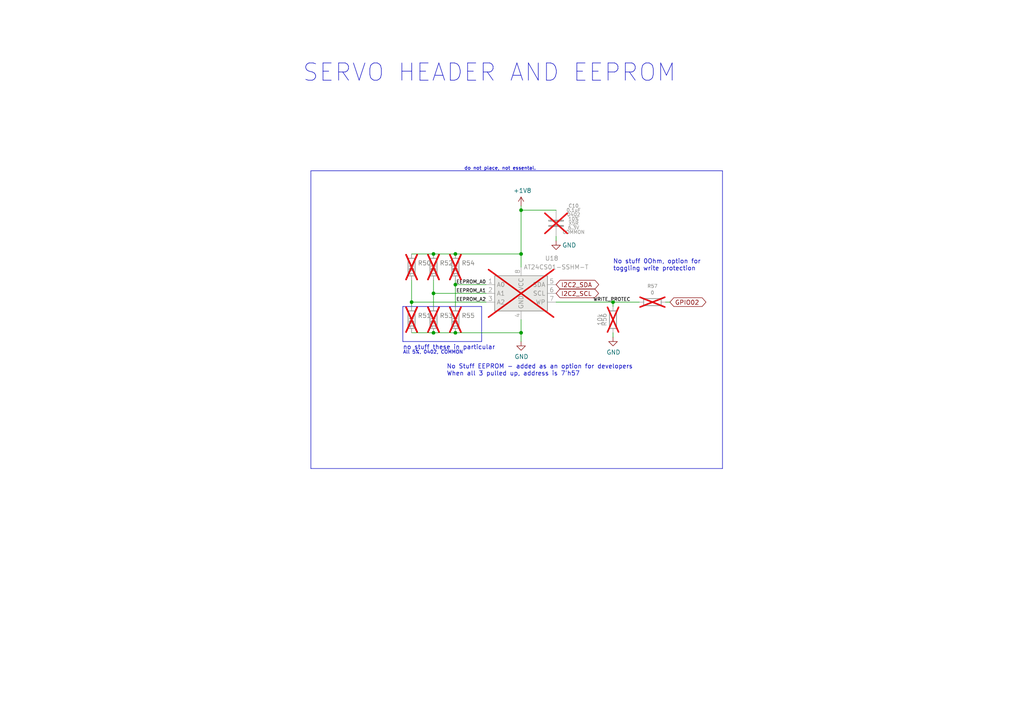
<source format=kicad_sch>
(kicad_sch
	(version 20231120)
	(generator "eeschema")
	(generator_version "8.0")
	(uuid "eb718043-8d59-4821-a20a-d40b4690f162")
	(paper "A4")
	(title_block
		(title "Open Source Educational Baseboard")
		(date "2020-06-30")
		(rev "1.1")
		(company "NVIDIA")
	)
	(lib_symbols
		(symbol "Device:C"
			(pin_numbers hide)
			(pin_names
				(offset 0.254)
			)
			(exclude_from_sim no)
			(in_bom yes)
			(on_board yes)
			(property "Reference" "C"
				(at 0.635 2.54 0)
				(effects
					(font
						(size 1.27 1.27)
					)
					(justify left)
				)
			)
			(property "Value" "C"
				(at 0.635 -2.54 0)
				(effects
					(font
						(size 1.27 1.27)
					)
					(justify left)
				)
			)
			(property "Footprint" ""
				(at 0.9652 -3.81 0)
				(effects
					(font
						(size 1.27 1.27)
					)
					(hide yes)
				)
			)
			(property "Datasheet" "~"
				(at 0 0 0)
				(effects
					(font
						(size 1.27 1.27)
					)
					(hide yes)
				)
			)
			(property "Description" "Unpolarized capacitor"
				(at 0 0 0)
				(effects
					(font
						(size 1.27 1.27)
					)
					(hide yes)
				)
			)
			(property "ki_keywords" "cap capacitor"
				(at 0 0 0)
				(effects
					(font
						(size 1.27 1.27)
					)
					(hide yes)
				)
			)
			(property "ki_fp_filters" "C_*"
				(at 0 0 0)
				(effects
					(font
						(size 1.27 1.27)
					)
					(hide yes)
				)
			)
			(symbol "C_0_1"
				(polyline
					(pts
						(xy -2.032 -0.762) (xy 2.032 -0.762)
					)
					(stroke
						(width 0.508)
						(type default)
					)
					(fill
						(type none)
					)
				)
				(polyline
					(pts
						(xy -2.032 0.762) (xy 2.032 0.762)
					)
					(stroke
						(width 0.508)
						(type default)
					)
					(fill
						(type none)
					)
				)
			)
			(symbol "C_1_1"
				(pin passive line
					(at 0 3.81 270)
					(length 2.794)
					(name "~"
						(effects
							(font
								(size 1.27 1.27)
							)
						)
					)
					(number "1"
						(effects
							(font
								(size 1.27 1.27)
							)
						)
					)
				)
				(pin passive line
					(at 0 -3.81 90)
					(length 2.794)
					(name "~"
						(effects
							(font
								(size 1.27 1.27)
							)
						)
					)
					(number "2"
						(effects
							(font
								(size 1.27 1.27)
							)
						)
					)
				)
			)
		)
		(symbol "Device:R"
			(pin_numbers hide)
			(pin_names
				(offset 0)
			)
			(exclude_from_sim no)
			(in_bom yes)
			(on_board yes)
			(property "Reference" "R"
				(at 2.032 0 90)
				(effects
					(font
						(size 1.27 1.27)
					)
				)
			)
			(property "Value" "R"
				(at 0 0 90)
				(effects
					(font
						(size 1.27 1.27)
					)
				)
			)
			(property "Footprint" ""
				(at -1.778 0 90)
				(effects
					(font
						(size 1.27 1.27)
					)
					(hide yes)
				)
			)
			(property "Datasheet" "~"
				(at 0 0 0)
				(effects
					(font
						(size 1.27 1.27)
					)
					(hide yes)
				)
			)
			(property "Description" "Resistor"
				(at 0 0 0)
				(effects
					(font
						(size 1.27 1.27)
					)
					(hide yes)
				)
			)
			(property "ki_keywords" "R res resistor"
				(at 0 0 0)
				(effects
					(font
						(size 1.27 1.27)
					)
					(hide yes)
				)
			)
			(property "ki_fp_filters" "R_*"
				(at 0 0 0)
				(effects
					(font
						(size 1.27 1.27)
					)
					(hide yes)
				)
			)
			(symbol "R_0_1"
				(rectangle
					(start -1.016 -2.54)
					(end 1.016 2.54)
					(stroke
						(width 0.254)
						(type default)
					)
					(fill
						(type none)
					)
				)
			)
			(symbol "R_1_1"
				(pin passive line
					(at 0 3.81 270)
					(length 1.27)
					(name "~"
						(effects
							(font
								(size 1.27 1.27)
							)
						)
					)
					(number "1"
						(effects
							(font
								(size 1.27 1.27)
							)
						)
					)
				)
				(pin passive line
					(at 0 -3.81 90)
					(length 1.27)
					(name "~"
						(effects
							(font
								(size 1.27 1.27)
							)
						)
					)
					(number "2"
						(effects
							(font
								(size 1.27 1.27)
							)
						)
					)
				)
			)
		)
		(symbol "Memory_EEPROM:AT24CS01-MAHM"
			(exclude_from_sim no)
			(in_bom yes)
			(on_board yes)
			(property "Reference" "U"
				(at -7.62 6.35 0)
				(effects
					(font
						(size 1.27 1.27)
					)
				)
			)
			(property "Value" "AT24CS01-MAHM"
				(at 2.54 -6.35 0)
				(effects
					(font
						(size 1.27 1.27)
					)
					(justify left)
				)
			)
			(property "Footprint" "Package_DFN_QFN:DFN-8-1EP_3x2mm_P0.5mm_EP1.3x1.5mm"
				(at 0 0 0)
				(effects
					(font
						(size 1.27 1.27)
					)
					(hide yes)
				)
			)
			(property "Datasheet" "http://ww1.microchip.com/downloads/en/DeviceDoc/Atmel-8815-SEEPROM-AT24CS01-02-Datasheet.pdf"
				(at 0 0 0)
				(effects
					(font
						(size 1.27 1.27)
					)
					(hide yes)
				)
			)
			(property "Description" "I2C Serial EEPROM, 1Kb (128x8) with Unique Serial Number, UDFN8"
				(at 0 0 0)
				(effects
					(font
						(size 1.27 1.27)
					)
					(hide yes)
				)
			)
			(property "ki_keywords" "I2C Serial EEPROM Nonvolatile Memory"
				(at 0 0 0)
				(effects
					(font
						(size 1.27 1.27)
					)
					(hide yes)
				)
			)
			(property "ki_fp_filters" "DFN*3x2mm*P0.5mm*"
				(at 0 0 0)
				(effects
					(font
						(size 1.27 1.27)
					)
					(hide yes)
				)
			)
			(symbol "AT24CS01-MAHM_1_1"
				(rectangle
					(start -7.62 5.08)
					(end 7.62 -5.08)
					(stroke
						(width 0.254)
						(type default)
					)
					(fill
						(type background)
					)
				)
				(pin input line
					(at -10.16 2.54 0)
					(length 2.54)
					(name "A0"
						(effects
							(font
								(size 1.27 1.27)
							)
						)
					)
					(number "1"
						(effects
							(font
								(size 1.27 1.27)
							)
						)
					)
				)
				(pin input line
					(at -10.16 0 0)
					(length 2.54)
					(name "A1"
						(effects
							(font
								(size 1.27 1.27)
							)
						)
					)
					(number "2"
						(effects
							(font
								(size 1.27 1.27)
							)
						)
					)
				)
				(pin input line
					(at -10.16 -2.54 0)
					(length 2.54)
					(name "A2"
						(effects
							(font
								(size 1.27 1.27)
							)
						)
					)
					(number "3"
						(effects
							(font
								(size 1.27 1.27)
							)
						)
					)
				)
				(pin power_in line
					(at 0 -7.62 90)
					(length 2.54)
					(name "GND"
						(effects
							(font
								(size 1.27 1.27)
							)
						)
					)
					(number "4"
						(effects
							(font
								(size 1.27 1.27)
							)
						)
					)
				)
				(pin bidirectional line
					(at 10.16 2.54 180)
					(length 2.54)
					(name "SDA"
						(effects
							(font
								(size 1.27 1.27)
							)
						)
					)
					(number "5"
						(effects
							(font
								(size 1.27 1.27)
							)
						)
					)
				)
				(pin input line
					(at 10.16 0 180)
					(length 2.54)
					(name "SCL"
						(effects
							(font
								(size 1.27 1.27)
							)
						)
					)
					(number "6"
						(effects
							(font
								(size 1.27 1.27)
							)
						)
					)
				)
				(pin input line
					(at 10.16 -2.54 180)
					(length 2.54)
					(name "WP"
						(effects
							(font
								(size 1.27 1.27)
							)
						)
					)
					(number "7"
						(effects
							(font
								(size 1.27 1.27)
							)
						)
					)
				)
				(pin power_in line
					(at 0 7.62 270)
					(length 2.54)
					(name "VCC"
						(effects
							(font
								(size 1.27 1.27)
							)
						)
					)
					(number "8"
						(effects
							(font
								(size 1.27 1.27)
							)
						)
					)
				)
			)
		)
		(symbol "power:+1V8"
			(power)
			(pin_names
				(offset 0)
			)
			(exclude_from_sim no)
			(in_bom yes)
			(on_board yes)
			(property "Reference" "#PWR"
				(at 0 -3.81 0)
				(effects
					(font
						(size 1.27 1.27)
					)
					(hide yes)
				)
			)
			(property "Value" "+1V8"
				(at 0 3.556 0)
				(effects
					(font
						(size 1.27 1.27)
					)
				)
			)
			(property "Footprint" ""
				(at 0 0 0)
				(effects
					(font
						(size 1.27 1.27)
					)
					(hide yes)
				)
			)
			(property "Datasheet" ""
				(at 0 0 0)
				(effects
					(font
						(size 1.27 1.27)
					)
					(hide yes)
				)
			)
			(property "Description" "Power symbol creates a global label with name \"+1V8\""
				(at 0 0 0)
				(effects
					(font
						(size 1.27 1.27)
					)
					(hide yes)
				)
			)
			(property "ki_keywords" "global power"
				(at 0 0 0)
				(effects
					(font
						(size 1.27 1.27)
					)
					(hide yes)
				)
			)
			(symbol "+1V8_0_1"
				(polyline
					(pts
						(xy -0.762 1.27) (xy 0 2.54)
					)
					(stroke
						(width 0)
						(type default)
					)
					(fill
						(type none)
					)
				)
				(polyline
					(pts
						(xy 0 0) (xy 0 2.54)
					)
					(stroke
						(width 0)
						(type default)
					)
					(fill
						(type none)
					)
				)
				(polyline
					(pts
						(xy 0 2.54) (xy 0.762 1.27)
					)
					(stroke
						(width 0)
						(type default)
					)
					(fill
						(type none)
					)
				)
			)
			(symbol "+1V8_1_1"
				(pin power_in line
					(at 0 0 90)
					(length 0) hide
					(name "+1V8"
						(effects
							(font
								(size 1.27 1.27)
							)
						)
					)
					(number "1"
						(effects
							(font
								(size 1.27 1.27)
							)
						)
					)
				)
			)
		)
		(symbol "power:GND"
			(power)
			(pin_names
				(offset 0)
			)
			(exclude_from_sim no)
			(in_bom yes)
			(on_board yes)
			(property "Reference" "#PWR"
				(at 0 -6.35 0)
				(effects
					(font
						(size 1.27 1.27)
					)
					(hide yes)
				)
			)
			(property "Value" "GND"
				(at 0 -3.81 0)
				(effects
					(font
						(size 1.27 1.27)
					)
				)
			)
			(property "Footprint" ""
				(at 0 0 0)
				(effects
					(font
						(size 1.27 1.27)
					)
					(hide yes)
				)
			)
			(property "Datasheet" ""
				(at 0 0 0)
				(effects
					(font
						(size 1.27 1.27)
					)
					(hide yes)
				)
			)
			(property "Description" "Power symbol creates a global label with name \"GND\" , ground"
				(at 0 0 0)
				(effects
					(font
						(size 1.27 1.27)
					)
					(hide yes)
				)
			)
			(property "ki_keywords" "global power"
				(at 0 0 0)
				(effects
					(font
						(size 1.27 1.27)
					)
					(hide yes)
				)
			)
			(symbol "GND_0_1"
				(polyline
					(pts
						(xy 0 0) (xy 0 -1.27) (xy 1.27 -1.27) (xy 0 -2.54) (xy -1.27 -1.27) (xy 0 -1.27)
					)
					(stroke
						(width 0)
						(type default)
					)
					(fill
						(type none)
					)
				)
			)
			(symbol "GND_1_1"
				(pin power_in line
					(at 0 0 270)
					(length 0) hide
					(name "GND"
						(effects
							(font
								(size 1.27 1.27)
							)
						)
					)
					(number "1"
						(effects
							(font
								(size 1.27 1.27)
							)
						)
					)
				)
			)
		)
	)
	(junction
		(at 132.08 82.55)
		(diameter 0)
		(color 0 0 0 0)
		(uuid "11591cfd-2b34-4146-bb8c-c9493a113074")
	)
	(junction
		(at 125.73 73.66)
		(diameter 0)
		(color 0 0 0 0)
		(uuid "21ef7d60-791d-4909-99a1-dd87be19bae3")
	)
	(junction
		(at 125.73 85.09)
		(diameter 0)
		(color 0 0 0 0)
		(uuid "3626b152-22f9-48fc-b3ee-222238db8b98")
	)
	(junction
		(at 125.73 96.52)
		(diameter 0)
		(color 0 0 0 0)
		(uuid "46465316-75d8-4d14-8c19-db9c7607d5b3")
	)
	(junction
		(at 151.13 73.66)
		(diameter 0)
		(color 0 0 0 0)
		(uuid "61af6881-9c22-4903-ad3b-58076f22f2b9")
	)
	(junction
		(at 151.13 96.52)
		(diameter 0)
		(color 0 0 0 0)
		(uuid "636e1541-084b-4a76-83fe-227961d02f28")
	)
	(junction
		(at 177.8 87.63)
		(diameter 0)
		(color 0 0 0 0)
		(uuid "95792d58-edf9-4fac-93de-4d069f23cfdd")
	)
	(junction
		(at 151.13 60.96)
		(diameter 0)
		(color 0 0 0 0)
		(uuid "960615f7-ee13-4c98-ad55-4441e1bbb3e0")
	)
	(junction
		(at 132.08 73.66)
		(diameter 0)
		(color 0 0 0 0)
		(uuid "ab142c43-25c9-48e6-b29b-81fddbc4df1c")
	)
	(junction
		(at 119.38 87.63)
		(diameter 0)
		(color 0 0 0 0)
		(uuid "c70b5349-b1ad-43df-9837-428c13ed9084")
	)
	(junction
		(at 132.08 96.52)
		(diameter 0)
		(color 0 0 0 0)
		(uuid "f5509734-b1d5-47df-a32c-5083b6339af0")
	)
	(polyline
		(pts
			(xy 116.84 88.9) (xy 116.84 99.06)
		)
		(stroke
			(width 0)
			(type default)
		)
		(uuid "06e45938-fdcb-4f81-b047-332273a8fe67")
	)
	(wire
		(pts
			(xy 119.38 81.28) (xy 119.38 87.63)
		)
		(stroke
			(width 0)
			(type default)
		)
		(uuid "0c4a8928-799f-483b-9b0d-9c143a6a3c6d")
	)
	(wire
		(pts
			(xy 151.13 60.96) (xy 151.13 59.69)
		)
		(stroke
			(width 0)
			(type default)
		)
		(uuid "1410f173-c8a0-4cc1-8ce0-56fd3a590644")
	)
	(wire
		(pts
			(xy 119.38 87.63) (xy 119.38 88.9)
		)
		(stroke
			(width 0)
			(type default)
		)
		(uuid "428493f9-01eb-4a67-84a8-4e80ea9026af")
	)
	(wire
		(pts
			(xy 151.13 77.47) (xy 151.13 73.66)
		)
		(stroke
			(width 0)
			(type default)
		)
		(uuid "467ab540-59c9-4b28-a040-99bfbe9c6529")
	)
	(wire
		(pts
			(xy 140.97 82.55) (xy 132.08 82.55)
		)
		(stroke
			(width 0)
			(type default)
		)
		(uuid "46c89b00-0d55-4d72-af0d-310c9483f4f0")
	)
	(polyline
		(pts
			(xy 209.55 49.53) (xy 209.55 135.89)
		)
		(stroke
			(width 0)
			(type default)
		)
		(uuid "59c51c1a-d6ba-41b8-8af6-663aa2152e11")
	)
	(polyline
		(pts
			(xy 90.17 49.53) (xy 90.17 135.89)
		)
		(stroke
			(width 0)
			(type default)
		)
		(uuid "5fe6d032-56bb-4c19-b7ba-218241c3e5f9")
	)
	(polyline
		(pts
			(xy 139.7 99.06) (xy 139.7 88.9)
		)
		(stroke
			(width 0)
			(type default)
		)
		(uuid "73403bed-f274-4651-99e1-58c62c5d9f8e")
	)
	(wire
		(pts
			(xy 151.13 92.71) (xy 151.13 96.52)
		)
		(stroke
			(width 0)
			(type default)
		)
		(uuid "747ccae3-95f8-412d-868d-b607cbcaac2c")
	)
	(wire
		(pts
			(xy 151.13 73.66) (xy 151.13 60.96)
		)
		(stroke
			(width 0)
			(type default)
		)
		(uuid "75ce3ef8-d9dd-4607-bd7e-7ec4fe9a3cc3")
	)
	(wire
		(pts
			(xy 132.08 82.55) (xy 132.08 88.9)
		)
		(stroke
			(width 0)
			(type default)
		)
		(uuid "761eabbf-ae84-4600-9e9c-684f69268f20")
	)
	(polyline
		(pts
			(xy 90.17 135.89) (xy 209.55 135.89)
		)
		(stroke
			(width 0)
			(type default)
		)
		(uuid "79f6da6d-5748-4b81-bb0b-1cc0fe247d2e")
	)
	(wire
		(pts
			(xy 119.38 73.66) (xy 125.73 73.66)
		)
		(stroke
			(width 0)
			(type default)
		)
		(uuid "7fa33ee8-1f51-4dd4-bac5-460a68b3d44a")
	)
	(wire
		(pts
			(xy 125.73 96.52) (xy 132.08 96.52)
		)
		(stroke
			(width 0)
			(type default)
		)
		(uuid "8d3519e2-cb22-46ec-bf10-a409aa9e52db")
	)
	(wire
		(pts
			(xy 161.29 60.96) (xy 151.13 60.96)
		)
		(stroke
			(width 0)
			(type default)
		)
		(uuid "9fa44540-d69b-4885-8fb9-89a8c75a2577")
	)
	(wire
		(pts
			(xy 177.8 87.63) (xy 185.42 87.63)
		)
		(stroke
			(width 0)
			(type default)
		)
		(uuid "a4f3c67c-45ce-4785-aae8-4d671b198162")
	)
	(wire
		(pts
			(xy 140.97 85.09) (xy 125.73 85.09)
		)
		(stroke
			(width 0)
			(type default)
		)
		(uuid "a6a1d79b-3e3c-4a4f-a3ba-99a6e52d9581")
	)
	(wire
		(pts
			(xy 161.29 68.58) (xy 161.29 69.85)
		)
		(stroke
			(width 0)
			(type default)
		)
		(uuid "a719337f-0bf5-4e47-a961-45dcacaa9566")
	)
	(wire
		(pts
			(xy 125.73 81.28) (xy 125.73 85.09)
		)
		(stroke
			(width 0)
			(type default)
		)
		(uuid "a7b53703-5183-4e7d-86d0-562fc2754921")
	)
	(wire
		(pts
			(xy 161.29 87.63) (xy 177.8 87.63)
		)
		(stroke
			(width 0)
			(type default)
		)
		(uuid "a9ffd4d1-dfc5-45c6-9094-59b9cabe4c36")
	)
	(wire
		(pts
			(xy 125.73 85.09) (xy 125.73 88.9)
		)
		(stroke
			(width 0)
			(type default)
		)
		(uuid "afed6cac-c88c-417b-8404-e722e3de4565")
	)
	(polyline
		(pts
			(xy 116.84 99.06) (xy 139.7 99.06)
		)
		(stroke
			(width 0)
			(type default)
		)
		(uuid "ba0c8864-72cf-4b7b-900e-33286f4e6ce4")
	)
	(wire
		(pts
			(xy 119.38 96.52) (xy 125.73 96.52)
		)
		(stroke
			(width 0)
			(type default)
		)
		(uuid "bbc60baf-2492-4e40-8aa3-966c9ffea14a")
	)
	(wire
		(pts
			(xy 140.97 87.63) (xy 119.38 87.63)
		)
		(stroke
			(width 0)
			(type default)
		)
		(uuid "c505f975-e0ae-4a39-bfbd-1226603cc754")
	)
	(wire
		(pts
			(xy 193.04 87.63) (xy 194.31 87.63)
		)
		(stroke
			(width 0)
			(type default)
		)
		(uuid "c6358aca-13ba-47f8-a2ac-800988f86eda")
	)
	(wire
		(pts
			(xy 125.73 73.66) (xy 132.08 73.66)
		)
		(stroke
			(width 0)
			(type default)
		)
		(uuid "d3fd2a02-eebd-4084-aa9f-c89ea6e2aa51")
	)
	(wire
		(pts
			(xy 132.08 81.28) (xy 132.08 82.55)
		)
		(stroke
			(width 0)
			(type default)
		)
		(uuid "d726363f-4067-4332-95cf-6e116c011835")
	)
	(wire
		(pts
			(xy 132.08 96.52) (xy 151.13 96.52)
		)
		(stroke
			(width 0)
			(type default)
		)
		(uuid "d97963b9-388f-4113-8475-62a34e01a4ce")
	)
	(polyline
		(pts
			(xy 139.7 88.9) (xy 116.84 88.9)
		)
		(stroke
			(width 0)
			(type default)
		)
		(uuid "dbbb9330-96e1-4368-ba76-1c7320280352")
	)
	(wire
		(pts
			(xy 151.13 96.52) (xy 151.13 99.06)
		)
		(stroke
			(width 0)
			(type default)
		)
		(uuid "eef4eaf3-57f7-4bdf-b27d-168f4c5b39c5")
	)
	(wire
		(pts
			(xy 177.8 88.9) (xy 177.8 87.63)
		)
		(stroke
			(width 0)
			(type default)
		)
		(uuid "f0f7c179-1ce8-45e3-9bf0-df999b5b92c5")
	)
	(wire
		(pts
			(xy 132.08 73.66) (xy 151.13 73.66)
		)
		(stroke
			(width 0)
			(type default)
		)
		(uuid "f21b102f-a532-4d1e-9844-0b456c3ee570")
	)
	(wire
		(pts
			(xy 177.8 97.79) (xy 177.8 96.52)
		)
		(stroke
			(width 0)
			(type default)
		)
		(uuid "f8a431dd-a93a-4158-b103-e544b0c17011")
	)
	(polyline
		(pts
			(xy 90.17 49.53) (xy 209.55 49.53)
		)
		(stroke
			(width 0)
			(type default)
		)
		(uuid "fdafb1d5-b6a9-4e22-9ce4-9a2bc60c0fb9")
	)
	(text "No stuff 0Ohm, option for \ntoggling write protection"
		(exclude_from_sim no)
		(at 177.8 78.74 0)
		(effects
			(font
				(size 1.27 1.27)
			)
			(justify left bottom)
		)
		(uuid "0c267519-2852-4119-b6bc-bfe54a1c1f59")
	)
	(text "All 5%, 0402, COMMON"
		(exclude_from_sim no)
		(at 116.84 102.87 0)
		(effects
			(font
				(size 0.9906 0.9906)
			)
			(justify left bottom)
		)
		(uuid "12e9704d-4243-46da-a0d2-3f0a68edd110")
	)
	(text "No Stuff EEPROM - added as an option for developers\nWhen all 3 pulled up, address is 7'h57\n"
		(exclude_from_sim no)
		(at 129.54 109.22 0)
		(effects
			(font
				(size 1.27 1.27)
			)
			(justify left bottom)
		)
		(uuid "1b1acb61-9075-4166-99ef-d73c7fb61937")
	)
	(text "do not place, not essental."
		(exclude_from_sim no)
		(at 134.62 49.53 0)
		(effects
			(font
				(size 0.9906 0.9906)
			)
			(justify left bottom)
		)
		(uuid "2919a3d6-5b3b-4a53-aa74-2be2dc8114fe")
	)
	(text "SERVO HEADER AND EEPROM\n"
		(exclude_from_sim no)
		(at 87.63 24.13 0)
		(effects
			(font
				(size 5.0038 5.0038)
			)
			(justify left bottom)
		)
		(uuid "500ea904-7cc4-4b6d-acab-13c151399d00")
	)
	(text "no stuff these in particular"
		(exclude_from_sim no)
		(at 116.84 101.6 0)
		(effects
			(font
				(size 1.27 1.27)
			)
			(justify left bottom)
		)
		(uuid "6e652da3-9449-42c2-99a2-e05c5ea0eecd")
	)
	(label "EEPROM_A2"
		(at 140.97 87.63 180)
		(fields_autoplaced yes)
		(effects
			(font
				(size 0.9906 0.9906)
			)
			(justify right bottom)
		)
		(uuid "253ff1d5-0f52-4f08-8053-a276336e9ff6")
	)
	(label "WRITE_PROTEC"
		(at 182.88 87.63 180)
		(fields_autoplaced yes)
		(effects
			(font
				(size 0.9906 0.9906)
			)
			(justify right bottom)
		)
		(uuid "28ff4f1c-94e2-497c-b075-03ee527fb786")
	)
	(label "EEPROM_A1"
		(at 140.97 85.09 180)
		(fields_autoplaced yes)
		(effects
			(font
				(size 0.9906 0.9906)
			)
			(justify right bottom)
		)
		(uuid "b0607468-c131-4457-819f-426c01b88619")
	)
	(label "EEPROM_A0"
		(at 140.97 82.55 180)
		(fields_autoplaced yes)
		(effects
			(font
				(size 0.9906 0.9906)
			)
			(justify right bottom)
		)
		(uuid "b403c2a9-b7ce-4cd8-904f-ceb9ecfd6b9a")
	)
	(global_label "I2C2_SDA"
		(shape bidirectional)
		(at 161.29 82.55 0)
		(effects
			(font
				(size 1.27 1.27)
			)
			(justify left)
		)
		(uuid "3676bcb4-23cc-45c0-ad1c-a4b47cd3879e")
		(property "Intersheetrefs" "${INTERSHEET_REFS}"
			(at 161.29 82.55 0)
			(effects
				(font
					(size 1.27 1.27)
				)
				(hide yes)
			)
		)
	)
	(global_label "I2C2_SCL"
		(shape bidirectional)
		(at 161.29 85.09 0)
		(effects
			(font
				(size 1.27 1.27)
			)
			(justify left)
		)
		(uuid "7f3aafcb-8b97-40e8-bca6-c794dfddd729")
		(property "Intersheetrefs" "${INTERSHEET_REFS}"
			(at 161.29 85.09 0)
			(effects
				(font
					(size 1.27 1.27)
				)
				(hide yes)
			)
		)
	)
	(global_label "GPIO02"
		(shape bidirectional)
		(at 194.31 87.63 0)
		(effects
			(font
				(size 1.27 1.27)
			)
			(justify left)
		)
		(uuid "ce0460d0-df4f-49f5-84df-47879d03b53e")
		(property "Intersheetrefs" "${INTERSHEET_REFS}"
			(at 194.31 87.63 0)
			(effects
				(font
					(size 1.27 1.27)
				)
				(hide yes)
			)
		)
	)
	(symbol
		(lib_id "Device:R")
		(at 189.23 87.63 270)
		(unit 1)
		(exclude_from_sim no)
		(in_bom yes)
		(on_board yes)
		(dnp yes)
		(uuid "00000000-0000-0000-0000-00005efb6670")
		(property "Reference" "R57"
			(at 189.23 82.9818 90)
			(effects
				(font
					(size 0.9906 0.9906)
				)
			)
		)
		(property "Value" "0"
			(at 189.23 84.8868 90)
			(effects
				(font
					(size 0.9906 0.9906)
				)
			)
		)
		(property "Footprint" "Resistor_SMD:R_0402_1005Metric"
			(at 189.23 85.852 90)
			(effects
				(font
					(size 0.9906 0.9906)
				)
				(hide yes)
			)
		)
		(property "Datasheet" "~"
			(at 189.23 87.63 0)
			(effects
				(font
					(size 0.9906 0.9906)
				)
				(hide yes)
			)
		)
		(property "Description" ""
			(at 189.23 87.63 0)
			(effects
				(font
					(size 1.27 1.27)
				)
				(hide yes)
			)
		)
		(pin "1"
			(uuid "edf54d1e-4fde-4afd-9731-7b684253b763")
		)
		(pin "2"
			(uuid "651a18ef-62e2-45e1-b943-0982393aaf66")
		)
		(instances
			(project "baseboard"
				(path "/dcdaf9eb-e0ef-4beb-9486-7183d93d6e4d/00000000-0000-0000-0000-00005ef6a6c5"
					(reference "R57")
					(unit 1)
				)
			)
		)
	)
	(symbol
		(lib_id "power:+1V8")
		(at 151.13 59.69 0)
		(unit 1)
		(exclude_from_sim no)
		(in_bom yes)
		(on_board yes)
		(dnp no)
		(uuid "00000000-0000-0000-0000-00005f02a110")
		(property "Reference" "#PWR0132"
			(at 151.13 63.5 0)
			(effects
				(font
					(size 1.27 1.27)
				)
				(hide yes)
			)
		)
		(property "Value" "+1V8"
			(at 151.511 55.2958 0)
			(effects
				(font
					(size 1.27 1.27)
				)
			)
		)
		(property "Footprint" ""
			(at 151.13 59.69 0)
			(effects
				(font
					(size 1.27 1.27)
				)
				(hide yes)
			)
		)
		(property "Datasheet" ""
			(at 151.13 59.69 0)
			(effects
				(font
					(size 1.27 1.27)
				)
				(hide yes)
			)
		)
		(property "Description" ""
			(at 151.13 59.69 0)
			(effects
				(font
					(size 1.27 1.27)
				)
				(hide yes)
			)
		)
		(pin "1"
			(uuid "e7bc3580-7cf9-45ee-8d08-903b28d765f1")
		)
		(instances
			(project "baseboard"
				(path "/dcdaf9eb-e0ef-4beb-9486-7183d93d6e4d/00000000-0000-0000-0000-00005ef6a6c5"
					(reference "#PWR0132")
					(unit 1)
				)
			)
		)
	)
	(symbol
		(lib_id "Memory_EEPROM:AT24CS01-MAHM")
		(at 151.13 85.09 0)
		(unit 1)
		(exclude_from_sim no)
		(in_bom yes)
		(on_board yes)
		(dnp yes)
		(uuid "00000000-0000-0000-0000-00005f039089")
		(property "Reference" "U18"
			(at 160.02 74.93 0)
			(effects
				(font
					(size 1.27 1.27)
				)
			)
		)
		(property "Value" "AT24CS01-SSHM-T"
			(at 161.29 77.47 0)
			(effects
				(font
					(size 1.27 1.27)
				)
			)
		)
		(property "Footprint" "Package_SO:SOIC-8_3.9x4.9mm_P1.27mm"
			(at 151.13 85.09 0)
			(effects
				(font
					(size 1.27 1.27)
				)
				(hide yes)
			)
		)
		(property "Datasheet" "http://ww1.microchip.com/downloads/en/DeviceDoc/Atmel-8815-SEEPROM-AT24CS01-02-Datasheet.pdf"
			(at 151.13 85.09 0)
			(effects
				(font
					(size 1.27 1.27)
				)
				(hide yes)
			)
		)
		(property "Description" ""
			(at 151.13 85.09 0)
			(effects
				(font
					(size 1.27 1.27)
				)
				(hide yes)
			)
		)
		(pin "1"
			(uuid "5858647e-beca-4199-83cc-2e7c5369081c")
		)
		(pin "2"
			(uuid "03775bd8-91d2-4128-b355-b28c80255cc1")
		)
		(pin "3"
			(uuid "5ee4f3a4-8a26-49a6-bb1c-a876d2a53465")
		)
		(pin "4"
			(uuid "c5400fef-ca4c-49b6-8ed9-f6d8bb9d3ba9")
		)
		(pin "5"
			(uuid "8bb961d2-6628-41f1-8878-b75116d3e4e1")
		)
		(pin "6"
			(uuid "9c9ccf89-125a-41a6-87ba-4fa59da0d16d")
		)
		(pin "7"
			(uuid "42025823-96d6-458f-8749-2c7c6393f915")
		)
		(pin "8"
			(uuid "855025d8-c665-4e6a-88d5-013ed7a89c99")
		)
		(instances
			(project "baseboard"
				(path "/dcdaf9eb-e0ef-4beb-9486-7183d93d6e4d/00000000-0000-0000-0000-00005ef6a6c5"
					(reference "U18")
					(unit 1)
				)
			)
		)
	)
	(symbol
		(lib_id "power:GND")
		(at 151.13 99.06 0)
		(unit 1)
		(exclude_from_sim no)
		(in_bom yes)
		(on_board yes)
		(dnp no)
		(uuid "00000000-0000-0000-0000-00005f03908f")
		(property "Reference" "#PWR0133"
			(at 151.13 105.41 0)
			(effects
				(font
					(size 1.27 1.27)
				)
				(hide yes)
			)
		)
		(property "Value" "GND"
			(at 151.257 103.4542 0)
			(effects
				(font
					(size 1.27 1.27)
				)
			)
		)
		(property "Footprint" ""
			(at 151.13 99.06 0)
			(effects
				(font
					(size 1.27 1.27)
				)
				(hide yes)
			)
		)
		(property "Datasheet" ""
			(at 151.13 99.06 0)
			(effects
				(font
					(size 1.27 1.27)
				)
				(hide yes)
			)
		)
		(property "Description" ""
			(at 151.13 99.06 0)
			(effects
				(font
					(size 1.27 1.27)
				)
				(hide yes)
			)
		)
		(pin "1"
			(uuid "1a1a4a2a-acd3-4b57-87d3-26c4478c8243")
		)
		(instances
			(project "baseboard"
				(path "/dcdaf9eb-e0ef-4beb-9486-7183d93d6e4d/00000000-0000-0000-0000-00005ef6a6c5"
					(reference "#PWR0133")
					(unit 1)
				)
			)
		)
	)
	(symbol
		(lib_id "Device:R")
		(at 177.8 92.71 180)
		(unit 1)
		(exclude_from_sim no)
		(in_bom yes)
		(on_board yes)
		(dnp yes)
		(uuid "00000000-0000-0000-0000-00005f0390a1")
		(property "Reference" "R56"
			(at 175.26 92.71 90)
			(effects
				(font
					(size 1.27 1.27)
				)
			)
		)
		(property "Value" "10k"
			(at 173.99 92.71 90)
			(effects
				(font
					(size 1.27 1.27)
				)
			)
		)
		(property "Footprint" "Resistor_SMD:R_0402_1005Metric"
			(at 179.578 92.71 90)
			(effects
				(font
					(size 1.27 1.27)
				)
				(hide yes)
			)
		)
		(property "Datasheet" "~"
			(at 177.8 92.71 0)
			(effects
				(font
					(size 1.27 1.27)
				)
				(hide yes)
			)
		)
		(property "Description" ""
			(at 177.8 92.71 0)
			(effects
				(font
					(size 1.27 1.27)
				)
				(hide yes)
			)
		)
		(pin "1"
			(uuid "5484eab3-227a-4f23-a3f4-91e0565ee126")
		)
		(pin "2"
			(uuid "431c8b34-4d9b-4bcb-98ba-c5178a1648c5")
		)
		(instances
			(project "baseboard"
				(path "/dcdaf9eb-e0ef-4beb-9486-7183d93d6e4d/00000000-0000-0000-0000-00005ef6a6c5"
					(reference "R56")
					(unit 1)
				)
			)
		)
	)
	(symbol
		(lib_id "Device:R")
		(at 125.73 77.47 180)
		(unit 1)
		(exclude_from_sim no)
		(in_bom yes)
		(on_board yes)
		(dnp yes)
		(uuid "00000000-0000-0000-0000-00005f0390ab")
		(property "Reference" "R52"
			(at 127.508 76.3016 0)
			(effects
				(font
					(size 1.27 1.27)
				)
				(justify right)
			)
		)
		(property "Value" "10k"
			(at 125.73 80.01 90)
			(effects
				(font
					(size 1.27 1.27)
				)
				(justify right)
			)
		)
		(property "Footprint" "Resistor_SMD:R_0402_1005Metric"
			(at 127.508 77.47 90)
			(effects
				(font
					(size 1.27 1.27)
				)
				(hide yes)
			)
		)
		(property "Datasheet" "~"
			(at 125.73 77.47 0)
			(effects
				(font
					(size 1.27 1.27)
				)
				(hide yes)
			)
		)
		(property "Description" ""
			(at 125.73 77.47 0)
			(effects
				(font
					(size 1.27 1.27)
				)
				(hide yes)
			)
		)
		(pin "1"
			(uuid "d7ae90a4-6e9a-46b6-8658-6fc1efe1b21d")
		)
		(pin "2"
			(uuid "b056de50-6e2b-4f81-86a8-2075fb3ccc5a")
		)
		(instances
			(project "baseboard"
				(path "/dcdaf9eb-e0ef-4beb-9486-7183d93d6e4d/00000000-0000-0000-0000-00005ef6a6c5"
					(reference "R52")
					(unit 1)
				)
			)
		)
	)
	(symbol
		(lib_id "Device:R")
		(at 119.38 77.47 180)
		(unit 1)
		(exclude_from_sim no)
		(in_bom yes)
		(on_board yes)
		(dnp yes)
		(uuid "00000000-0000-0000-0000-00005f0390b1")
		(property "Reference" "R50"
			(at 121.158 76.3016 0)
			(effects
				(font
					(size 1.27 1.27)
				)
				(justify right)
			)
		)
		(property "Value" "10k"
			(at 119.38 80.01 90)
			(effects
				(font
					(size 1.27 1.27)
				)
				(justify right)
			)
		)
		(property "Footprint" "Resistor_SMD:R_0402_1005Metric"
			(at 121.158 77.47 90)
			(effects
				(font
					(size 1.27 1.27)
				)
				(hide yes)
			)
		)
		(property "Datasheet" "~"
			(at 119.38 77.47 0)
			(effects
				(font
					(size 1.27 1.27)
				)
				(hide yes)
			)
		)
		(property "Description" ""
			(at 119.38 77.47 0)
			(effects
				(font
					(size 1.27 1.27)
				)
				(hide yes)
			)
		)
		(pin "1"
			(uuid "32ff43fc-a15e-4712-9f95-c5b337cd6208")
		)
		(pin "2"
			(uuid "0219182d-7a20-4e9e-83f1-84b338b648ef")
		)
		(instances
			(project "baseboard"
				(path "/dcdaf9eb-e0ef-4beb-9486-7183d93d6e4d/00000000-0000-0000-0000-00005ef6a6c5"
					(reference "R50")
					(unit 1)
				)
			)
		)
	)
	(symbol
		(lib_id "Device:R")
		(at 132.08 77.47 180)
		(unit 1)
		(exclude_from_sim no)
		(in_bom yes)
		(on_board yes)
		(dnp yes)
		(uuid "00000000-0000-0000-0000-00005f0390b7")
		(property "Reference" "R54"
			(at 133.858 76.3016 0)
			(effects
				(font
					(size 1.27 1.27)
				)
				(justify right)
			)
		)
		(property "Value" "10k"
			(at 132.08 80.01 90)
			(effects
				(font
					(size 1.27 1.27)
				)
				(justify right)
			)
		)
		(property "Footprint" "Resistor_SMD:R_0402_1005Metric"
			(at 133.858 77.47 90)
			(effects
				(font
					(size 1.27 1.27)
				)
				(hide yes)
			)
		)
		(property "Datasheet" "~"
			(at 132.08 77.47 0)
			(effects
				(font
					(size 1.27 1.27)
				)
				(hide yes)
			)
		)
		(property "Description" ""
			(at 132.08 77.47 0)
			(effects
				(font
					(size 1.27 1.27)
				)
				(hide yes)
			)
		)
		(pin "1"
			(uuid "4dac0b6c-6225-4e54-89c0-c911444a5b65")
		)
		(pin "2"
			(uuid "3f3a63a9-8a4a-4720-aced-0d66a8286906")
		)
		(instances
			(project "baseboard"
				(path "/dcdaf9eb-e0ef-4beb-9486-7183d93d6e4d/00000000-0000-0000-0000-00005ef6a6c5"
					(reference "R54")
					(unit 1)
				)
			)
		)
	)
	(symbol
		(lib_id "Device:R")
		(at 119.38 92.71 180)
		(unit 1)
		(exclude_from_sim no)
		(in_bom yes)
		(on_board yes)
		(dnp yes)
		(uuid "00000000-0000-0000-0000-00005f0390bd")
		(property "Reference" "R51"
			(at 121.158 91.5416 0)
			(effects
				(font
					(size 1.27 1.27)
				)
				(justify right)
			)
		)
		(property "Value" "10k"
			(at 119.38 95.25 90)
			(effects
				(font
					(size 1.27 1.27)
				)
				(justify right)
			)
		)
		(property "Footprint" "Resistor_SMD:R_0402_1005Metric"
			(at 121.158 92.71 90)
			(effects
				(font
					(size 1.27 1.27)
				)
				(hide yes)
			)
		)
		(property "Datasheet" "~"
			(at 119.38 92.71 0)
			(effects
				(font
					(size 1.27 1.27)
				)
				(hide yes)
			)
		)
		(property "Description" ""
			(at 119.38 92.71 0)
			(effects
				(font
					(size 1.27 1.27)
				)
				(hide yes)
			)
		)
		(pin "1"
			(uuid "3dc692af-197e-4a64-8bb8-f76c653db169")
		)
		(pin "2"
			(uuid "499310de-6084-45f4-b314-322a36635d6d")
		)
		(instances
			(project "baseboard"
				(path "/dcdaf9eb-e0ef-4beb-9486-7183d93d6e4d/00000000-0000-0000-0000-00005ef6a6c5"
					(reference "R51")
					(unit 1)
				)
			)
		)
	)
	(symbol
		(lib_id "Device:R")
		(at 125.73 92.71 180)
		(unit 1)
		(exclude_from_sim no)
		(in_bom yes)
		(on_board yes)
		(dnp yes)
		(uuid "00000000-0000-0000-0000-00005f0390c3")
		(property "Reference" "R53"
			(at 127.508 91.5416 0)
			(effects
				(font
					(size 1.27 1.27)
				)
				(justify right)
			)
		)
		(property "Value" "10k"
			(at 125.73 95.25 90)
			(effects
				(font
					(size 1.27 1.27)
				)
				(justify right)
			)
		)
		(property "Footprint" "Resistor_SMD:R_0402_1005Metric"
			(at 127.508 92.71 90)
			(effects
				(font
					(size 1.27 1.27)
				)
				(hide yes)
			)
		)
		(property "Datasheet" "~"
			(at 125.73 92.71 0)
			(effects
				(font
					(size 1.27 1.27)
				)
				(hide yes)
			)
		)
		(property "Description" ""
			(at 125.73 92.71 0)
			(effects
				(font
					(size 1.27 1.27)
				)
				(hide yes)
			)
		)
		(pin "1"
			(uuid "c8ddd23b-6f67-44a8-85a3-3c5acef33c66")
		)
		(pin "2"
			(uuid "6da986c3-6e88-472a-b4be-f0ecf72559eb")
		)
		(instances
			(project "baseboard"
				(path "/dcdaf9eb-e0ef-4beb-9486-7183d93d6e4d/00000000-0000-0000-0000-00005ef6a6c5"
					(reference "R53")
					(unit 1)
				)
			)
		)
	)
	(symbol
		(lib_id "Device:R")
		(at 132.08 92.71 180)
		(unit 1)
		(exclude_from_sim no)
		(in_bom yes)
		(on_board yes)
		(dnp yes)
		(uuid "00000000-0000-0000-0000-00005f0390c9")
		(property "Reference" "R55"
			(at 133.858 91.5416 0)
			(effects
				(font
					(size 1.27 1.27)
				)
				(justify right)
			)
		)
		(property "Value" "10k"
			(at 132.08 95.25 90)
			(effects
				(font
					(size 1.27 1.27)
				)
				(justify right)
			)
		)
		(property "Footprint" "Resistor_SMD:R_0402_1005Metric"
			(at 133.858 92.71 90)
			(effects
				(font
					(size 1.27 1.27)
				)
				(hide yes)
			)
		)
		(property "Datasheet" "~"
			(at 132.08 92.71 0)
			(effects
				(font
					(size 1.27 1.27)
				)
				(hide yes)
			)
		)
		(property "Description" ""
			(at 132.08 92.71 0)
			(effects
				(font
					(size 1.27 1.27)
				)
				(hide yes)
			)
		)
		(pin "1"
			(uuid "13b544f6-3b99-44af-b547-62c4c6882b59")
		)
		(pin "2"
			(uuid "eac4bab1-0694-474f-8c52-f97576cb5b3f")
		)
		(instances
			(project "baseboard"
				(path "/dcdaf9eb-e0ef-4beb-9486-7183d93d6e4d/00000000-0000-0000-0000-00005ef6a6c5"
					(reference "R55")
					(unit 1)
				)
			)
		)
	)
	(symbol
		(lib_id "Device:C")
		(at 161.29 64.77 0)
		(unit 1)
		(exclude_from_sim no)
		(in_bom yes)
		(on_board yes)
		(dnp yes)
		(uuid "00000000-0000-0000-0000-000060d1459b")
		(property "Reference" "C10"
			(at 166.37 59.69 0)
			(effects
				(font
					(size 0.9906 0.9906)
				)
			)
		)
		(property "Value" "0.1uF"
			(at 166.37 60.96 0)
			(effects
				(font
					(size 0.9906 0.9906)
				)
			)
		)
		(property "Footprint" "Capacitor_SMD:C_0402_1005Metric"
			(at 162.2552 68.58 0)
			(effects
				(font
					(size 0.9906 0.9906)
				)
				(hide yes)
			)
		)
		(property "Datasheet" "~"
			(at 161.29 64.77 0)
			(effects
				(font
					(size 0.9906 0.9906)
				)
				(hide yes)
			)
		)
		(property "Description" ""
			(at 161.29 64.77 0)
			(effects
				(font
					(size 1.27 1.27)
				)
				(hide yes)
			)
		)
		(property "Package" "0402"
			(at 166.37 62.23 0)
			(effects
				(font
					(size 0.9906 0.9906)
				)
			)
		)
		(property "Tolerance" "10%"
			(at 166.37 63.5 0)
			(effects
				(font
					(size 0.9906 0.9906)
				)
			)
		)
		(property "Status" "COMMON"
			(at 166.37 67.31 0)
			(effects
				(font
					(size 0.9906 0.9906)
				)
			)
		)
		(property "Voltage Rating" "6.3V"
			(at 166.37 66.04 0)
			(effects
				(font
					(size 0.9906 0.9906)
				)
			)
		)
		(property "Dielectric" "X5R"
			(at 166.37 64.77 0)
			(effects
				(font
					(size 0.9906 0.9906)
				)
			)
		)
		(pin "1"
			(uuid "0c61e147-fa8a-4b0c-b8d7-7206668452db")
		)
		(pin "2"
			(uuid "1763e2fd-3771-4c86-afa0-6bf0709b6027")
		)
		(instances
			(project "baseboard"
				(path "/dcdaf9eb-e0ef-4beb-9486-7183d93d6e4d/00000000-0000-0000-0000-00005ef6a6c5"
					(reference "C10")
					(unit 1)
				)
			)
		)
	)
	(symbol
		(lib_id "power:GND")
		(at 161.29 69.85 0)
		(unit 1)
		(exclude_from_sim no)
		(in_bom yes)
		(on_board yes)
		(dnp no)
		(uuid "00000000-0000-0000-0000-000060d156cb")
		(property "Reference" "#PWR098"
			(at 161.29 76.2 0)
			(effects
				(font
					(size 1.27 1.27)
				)
				(hide yes)
			)
		)
		(property "Value" "GND"
			(at 165.1 71.12 0)
			(effects
				(font
					(size 1.27 1.27)
				)
			)
		)
		(property "Footprint" ""
			(at 161.29 69.85 0)
			(effects
				(font
					(size 1.27 1.27)
				)
				(hide yes)
			)
		)
		(property "Datasheet" ""
			(at 161.29 69.85 0)
			(effects
				(font
					(size 1.27 1.27)
				)
				(hide yes)
			)
		)
		(property "Description" ""
			(at 161.29 69.85 0)
			(effects
				(font
					(size 1.27 1.27)
				)
				(hide yes)
			)
		)
		(pin "1"
			(uuid "cafc8af3-9854-4bfe-b6ab-99985be56b79")
		)
		(instances
			(project "baseboard"
				(path "/dcdaf9eb-e0ef-4beb-9486-7183d93d6e4d/00000000-0000-0000-0000-00005ef6a6c5"
					(reference "#PWR098")
					(unit 1)
				)
			)
		)
	)
	(symbol
		(lib_id "power:GND")
		(at 177.8 97.79 0)
		(unit 1)
		(exclude_from_sim no)
		(in_bom yes)
		(on_board yes)
		(dnp no)
		(uuid "00000000-0000-0000-0000-000060dcd2d0")
		(property "Reference" "#PWR079"
			(at 177.8 104.14 0)
			(effects
				(font
					(size 1.27 1.27)
				)
				(hide yes)
			)
		)
		(property "Value" "GND"
			(at 177.927 102.1842 0)
			(effects
				(font
					(size 1.27 1.27)
				)
			)
		)
		(property "Footprint" ""
			(at 177.8 97.79 0)
			(effects
				(font
					(size 1.27 1.27)
				)
				(hide yes)
			)
		)
		(property "Datasheet" ""
			(at 177.8 97.79 0)
			(effects
				(font
					(size 1.27 1.27)
				)
				(hide yes)
			)
		)
		(property "Description" ""
			(at 177.8 97.79 0)
			(effects
				(font
					(size 1.27 1.27)
				)
				(hide yes)
			)
		)
		(pin "1"
			(uuid "0def6189-48a2-495e-b7fd-eb0175878e76")
		)
		(instances
			(project "baseboard"
				(path "/dcdaf9eb-e0ef-4beb-9486-7183d93d6e4d/00000000-0000-0000-0000-00005ef6a6c5"
					(reference "#PWR079")
					(unit 1)
				)
			)
		)
	)
)
</source>
